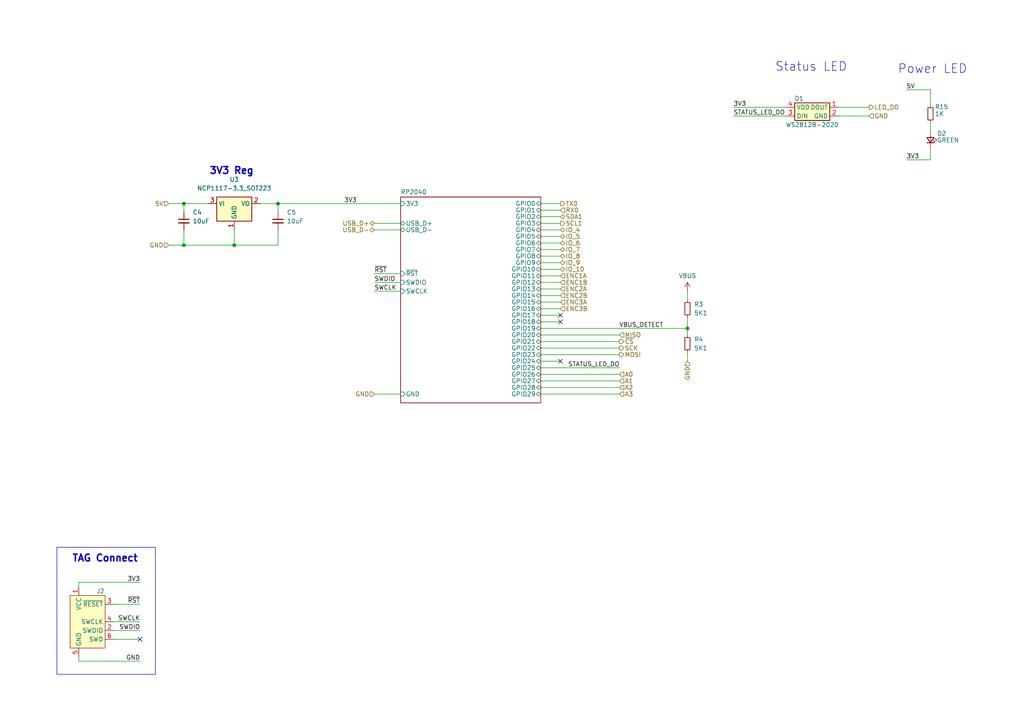
<source format=kicad_sch>
(kicad_sch (version 20231120) (generator "eeschema") (generator_version "8.0")
  (paper "A4")
  (title_block (title "RP2040") (date "2024-03-19") (rev "A") (company "MadMan"))
  (lib_symbols
    (symbol "Connector:Conn_ARM_SWD_TagConnect_TC2030-NL" (in_bom no)
      (property "Reference" "J" (at 2.54 11.43 0))
      (property "Value" "Conn_ARM_SWD_TagConnect_TC2030-NL" (at 2.54 8.89 0))
      (symbol "Conn_ARM_SWD_TagConnect_TC2030-NL_0_0"
        (pin power_in line (at -2.54 10.16 270) (length 2.54) (name "VCC") (number "1"))
        (pin bidirectional line (at 7.62 -2.54 180) (length 2.54) (name "SWDIO") (number "2"))
        (pin open_collector line (at 7.62 5.08 180) (length 2.54) (name "~{RESET}") (number "3"))
        (pin output line (at 7.62 0 180) (length 2.54) (name "SWCLK") (number "4"))
        (pin power_in line (at -2.54 -10.16 90) (length 2.54) (name "GND") (number "5"))
        (pin input line (at 7.62 -5.08 180) (length 2.54) (name "SWO") (number "6"))
      )
      (symbol "Conn_ARM_SWD_TagConnect_TC2030-NL_0_1"
        (rectangle (start -5.08 7.62) (end 5.08 -7.62) (fill (type background)))
      )
    )
    (symbol "Device:C_Small" (pin_numbers hide) (pin_names (offset 0.254) hide)
      (property "Reference" "C" (at 0.254 1.778 0))
      (property "Value" "C_Small" (at 0.254 -2.032 0))
      (symbol "C_Small_0_1"
        (polyline (pts (xy -1.524 -0.508) (xy 1.524 -0.508)) (stroke (width 0.3302)))
        (polyline (pts (xy -1.524 0.508) (xy 1.524 0.508)) (stroke (width 0.3048)))
      )
      (symbol "C_Small_1_1"
        (pin passive line (at 0 2.54 270) (length 2.032) (name "~") (number "1"))
        (pin passive line (at 0 -2.54 90) (length 2.032) (name "~") (number "2"))
      )
    )
    (symbol "Device:LED_Small" (pin_numbers hide) (pin_names (offset 0.254) hide)
      (property "Reference" "D" (at -1.27 3.175 0))
      (property "Value" "LED_Small" (at -4.445 -2.54 0))
      (symbol "LED_Small_0_1"
        (polyline (pts (xy -0.762 -1.016) (xy -0.762 1.016)) (stroke (width 0.254)))
        (polyline (pts (xy 1.016 0) (xy -0.762 0)))
        (polyline (pts (xy 0.762 -1.016) (xy -0.762 0) (xy 0.762 1.016) (xy 0.762 -1.016)) (stroke (width 0.254)))
        (polyline (pts (xy 0 0.762) (xy -0.508 1.27) (xy -0.254 1.27) (xy -0.508 1.27) (xy -0.508 1.016)))
        (polyline (pts (xy 0.508 1.27) (xy 0 1.778) (xy 0.254 1.778) (xy 0 1.778) (xy 0 1.524)))
      )
      (symbol "LED_Small_1_1"
        (pin passive line (at -2.54 0 0) (length 1.778) (name "K") (number "1"))
        (pin passive line (at 2.54 0 180) (length 1.778) (name "A") (number "2"))
      )
    )
    (symbol "Device:R_Small" (pin_numbers hide) (pin_names (offset 0.254) hide)
      (property "Reference" "R" (at 0.762 0.508 0))
      (property "Value" "R_Small" (at 0.762 -1.016 0))
      (symbol "R_Small_0_1"
        (rectangle (start -0.762 1.778) (end 0.762 -1.778) (stroke (width 0.2032)))
      )
      (symbol "R_Small_1_1"
        (pin passive line (at 0 2.54 270) (length 0.762) (name "~") (number "1"))
        (pin passive line (at 0 -2.54 90) (length 0.762) (name "~") (number "2"))
      )
    )
    (symbol "Mad_Symbols:WS2812"
      (property "Reference" "D" (at -4.572 3.81 0))
      (symbol "WS2812_0_1"
        (rectangle (start -5.08 2.54) (end 5.08 -2.54) (stroke (width 0.254)) (fill (type background)))
      )
      (symbol "WS2812_1_1"
        (pin passive line (at 7.62 1.27 180) (length 2.54) (name "DOUT") (number "1"))
        (pin power_in line (at 7.62 -1.27 180) (length 2.54) (name "GND") (number "2"))
        (pin passive line (at -7.62 -1.27 0) (length 2.54) (name "DIN") (number "3"))
        (pin power_in line (at -7.62 1.27 0) (length 2.54) (name "VDD") (number "4"))
      )
    )
    (symbol "Regulator_Linear:NCP1117-3.3_SOT223"
      (property "Reference" "U" (at -3.81 3.175 0))
      (property "Value" "NCP1117-3.3_SOT223" (at 0 3.175 0))
      (symbol "NCP1117-3.3_SOT223_0_1"
        (rectangle (start -5.08 -5.08) (end 5.08 1.905) (stroke (width 0.254)) (fill (type background)))
      )
      (symbol "NCP1117-3.3_SOT223_1_1"
        (pin power_in line (at 0 -7.62 90) (length 2.54) (name "GND") (number "1"))
        (pin power_out line (at 7.62 0 180) (length 2.54) (name "VO") (number "2"))
        (pin power_in line (at -7.62 0 0) (length 2.54) (name "VI") (number "3"))
      )
    )
    (symbol "power:VBUS" (power) (pin_numbers hide) (pin_names (offset 0) hide)
      (property "Value" "VBUS" (at 0 3.556 0))
      (symbol "VBUS_0_1"
        (polyline (pts (xy -0.762 1.27) (xy 0 2.54)))
        (polyline (pts (xy 0 0) (xy 0 2.54)))
        (polyline (pts (xy 0 2.54) (xy 0.762 1.27)))
      )
      (symbol "VBUS_1_1"
        (pin power_in line (at 0 0 90) (length 0) (name "~") (number "1"))
      )
    )
  )
  (junction (at 67.945 71.12) (diameter 0.9144))
  (junction (at 53.34 59.055))
  (junction (at 199.39 95.25))
  (junction (at 53.34 71.12))
  (junction (at 80.645 59.055))
  (no_connect (at 162.56 104.775))
  (no_connect (at 40.64 185.42))
  (no_connect (at 162.56 91.44))
  (no_connect (at 162.56 93.345))
  (wire (pts (xy 156.845 89.535) (xy 162.56 89.535)))
  (wire (pts (xy 156.845 102.87) (xy 179.705 102.87)))
  (wire (pts (xy 156.845 91.44) (xy 162.56 91.44)))
  (wire (pts (xy 108.585 64.77) (xy 116.205 64.77)))
  (wire (pts (xy 156.845 72.39) (xy 162.56 72.39)))
  (wire (pts (xy 262.89 46.355) (xy 269.875 46.355)))
  (wire (pts (xy 156.845 106.68) (xy 179.705 106.68)))
  (wire (pts (xy 212.725 33.655) (xy 227.965 33.655)))
  (wire (pts (xy 156.845 60.96) (xy 162.56 60.96)))
  (wire (pts (xy 53.34 66.675) (xy 53.34 71.12)))
  (wire (pts (xy 156.845 59.055) (xy 162.56 59.055)))
  (wire (pts (xy 199.39 102.235) (xy 199.39 104.775)))
  (wire (pts (xy 48.895 59.055) (xy 53.34 59.055)))
  (wire (pts (xy 53.34 71.12) (xy 67.945 71.12)))
  (wire (pts (xy 48.895 71.12) (xy 53.34 71.12)))
  (wire (pts (xy 156.845 64.77) (xy 162.56 64.77)))
  (wire (pts (xy 156.845 108.585) (xy 179.705 108.585)))
  (wire (pts (xy 252.095 31.115) (xy 243.205 31.115)))
  (wire (pts (xy 156.845 99.06) (xy 179.705 99.06)))
  (wire (pts (xy 156.845 80.01) (xy 162.56 80.01)))
  (wire (pts (xy 33.02 182.88) (xy 40.64 182.88)))
  (wire (pts (xy 80.645 61.595) (xy 80.645 59.055)))
  (wire (pts (xy 269.875 43.18) (xy 269.875 46.355)))
  (wire (pts (xy 269.875 38.1) (xy 269.875 35.56)))
  (wire (pts (xy 156.845 74.295) (xy 162.56 74.295)))
  (wire (pts (xy 108.585 66.675) (xy 116.205 66.675)))
  (wire (pts (xy 199.39 95.25) (xy 199.39 97.155)))
  (wire (pts (xy 80.645 66.675) (xy 80.645 71.12)))
  (wire (pts (xy 156.845 97.155) (xy 179.705 97.155)))
  (wire (pts (xy 156.845 95.25) (xy 199.39 95.25)))
  (wire (pts (xy 156.845 70.485) (xy 162.56 70.485)))
  (wire (pts (xy 33.02 180.34) (xy 40.64 180.34)))
  (wire (pts (xy 156.845 68.58) (xy 162.56 68.58)))
  (wire (pts (xy 262.89 26.035) (xy 269.875 26.035)))
  (wire (pts (xy 156.845 93.345) (xy 162.56 93.345)))
  (wire (pts (xy 156.845 78.105) (xy 162.56 78.105)))
  (wire (pts (xy 75.565 59.055) (xy 80.645 59.055)))
  (wire (pts (xy 156.845 112.395) (xy 179.705 112.395)))
  (wire (pts (xy 156.845 104.775) (xy 162.56 104.775)))
  (wire (pts (xy 243.205 33.655) (xy 252.095 33.655)))
  (wire (pts (xy 156.845 100.965) (xy 179.705 100.965)))
  (wire (pts (xy 40.64 168.91) (xy 22.86 168.91)))
  (wire (pts (xy 108.585 81.915) (xy 116.205 81.915)))
  (wire (pts (xy 156.845 62.865) (xy 162.56 62.865)))
  (wire (pts (xy 156.845 66.675) (xy 162.56 66.675)))
  (wire (pts (xy 212.725 31.115) (xy 227.965 31.115)))
  (wire (pts (xy 80.645 59.055) (xy 116.205 59.055)))
  (wire (pts (xy 108.585 79.375) (xy 116.205 79.375)))
  (wire (pts (xy 199.39 84.455) (xy 199.39 86.995)))
  (wire (pts (xy 22.86 168.91) (xy 22.86 170.18)))
  (wire (pts (xy 53.34 59.055) (xy 53.34 61.595)))
  (wire (pts (xy 156.845 87.63) (xy 162.56 87.63)))
  (wire (pts (xy 156.845 83.82) (xy 162.56 83.82)))
  (wire (pts (xy 108.585 114.3) (xy 116.205 114.3)))
  (wire (pts (xy 67.945 71.12) (xy 80.645 71.12)))
  (wire (pts (xy 67.945 66.675) (xy 67.945 71.12)))
  (wire (pts (xy 156.845 85.725) (xy 162.56 85.725)))
  (wire (pts (xy 40.64 191.77) (xy 22.86 191.77)))
  (wire (pts (xy 53.34 59.055) (xy 60.325 59.055)))
  (wire (pts (xy 33.02 175.26) (xy 40.64 175.26)))
  (wire (pts (xy 156.845 81.915) (xy 162.56 81.915)))
  (wire (pts (xy 108.585 84.455) (xy 116.205 84.455)))
  (wire (pts (xy 156.845 110.49) (xy 179.705 110.49)))
  (wire (pts (xy 33.02 185.42) (xy 40.64 185.42)))
  (wire (pts (xy 156.845 76.2) (xy 162.56 76.2)))
  (wire (pts (xy 22.86 191.77) (xy 22.86 190.5)))
  (wire (pts (xy 156.845 114.3) (xy 179.705 114.3)))
  (wire (pts (xy 199.39 92.075) (xy 199.39 95.25)))
  (wire (pts (xy 269.875 30.48) (xy 269.875 26.035)))
  (rectangle (start 16.51 158.75) (end 45.085 195.58))
  (text "Power LED" (at 260.35 21.59 0) (effects (font (size 2.54 2.54)) (justify left bottom)))
  (text "Status LED" (at 224.79 20.955 0) (effects (font (size 2.54 2.54)) (justify left bottom)))
  (text "3V3 Reg" (at 67.183 49.657 0) (effects (font (size 2 2) (thickness 0.4) (bold yes))))
  (text "TAG Connect" (at 30.48 162.052 0) (effects (font (size 2 2) (thickness 0.4) (bold yes))))
  (label "SWDIO" (at 40.64 182.88 180))
  (label "~{RST}" (at 108.585 79.375 0))
  (label "~{RST}" (at 40.64 175.26 180))
  (label "STATUS_LED_DO" (at 179.705 106.68 180))
  (label "VBUS_DETECT" (at 192.405 95.25 180))
  (label "3V3" (at 103.505 59.055 180))
  (label "SWCLK" (at 108.585 84.455 0))
  (label "SWDIO" (at 108.585 81.915 0))
  (label "3V3" (at 40.64 168.91 180))
  (label "5V" (at 262.89 26.035 0))
  (label "STATUS_LED_DO" (at 212.725 33.655 0))
  (label "GND" (at 40.64 191.77 180))
  (label "3V3" (at 262.89 46.355 0))
  (label "SWCLK" (at 40.64 180.34 180))
  (label "3V3" (at 212.725 31.115 0))
  (hierarchical_label "IO_10" (shape bidirectional) (at 162.56 78.105 0))
  (hierarchical_label "IO_6" (shape bidirectional) (at 162.56 70.485 0))
  (hierarchical_label "IO_9" (shape bidirectional) (at 162.56 76.2 0))
  (hierarchical_label "ENC3B" (shape input) (at 162.56 89.535 0))
  (hierarchical_label "MISO" (shape input) (at 179.705 97.155 0))
  (hierarchical_label "USB_D+" (shape bidirectional) (at 108.585 64.77 180))
  (hierarchical_label "ENC1B" (shape input) (at 162.56 81.915 0))
  (hierarchical_label "5V" (shape input) (at 48.895 59.055 180))
  (hierarchical_label "SCK" (shape output) (at 179.705 100.965 0))
  (hierarchical_label "A0" (shape input) (at 179.705 108.585 0))
  (hierarchical_label "A3" (shape input) (at 179.705 114.3 0))
  (hierarchical_label "ENC2A" (shape input) (at 162.56 83.82 0))
  (hierarchical_label "GND" (shape input) (at 252.095 33.655 0))
  (hierarchical_label "~{CS}" (shape output) (at 179.705 99.06 0))
  (hierarchical_label "TX0" (shape output) (at 162.56 59.055 0))
  (hierarchical_label "MOSI" (shape output) (at 179.705 102.87 0))
  (hierarchical_label "ENC1A" (shape input) (at 162.56 80.01 0))
  (hierarchical_label "ENC3A" (shape input) (at 162.56 87.63 0))
  (hierarchical_label "SCL1" (shape output) (at 162.56 64.77 0))
  (hierarchical_label "SDA1" (shape bidirectional) (at 162.56 62.865 0))
  (hierarchical_label "LED_DO" (shape output) (at 252.095 31.115 0))
  (hierarchical_label "ENC2B" (shape input) (at 162.56 85.725 0))
  (hierarchical_label "IO_8" (shape bidirectional) (at 162.56 74.295 0))
  (hierarchical_label "RX0" (shape input) (at 162.56 60.96 0))
  (hierarchical_label "A1" (shape input) (at 179.705 110.49 0))
  (hierarchical_label "GND" (shape input) (at 108.585 114.3 180))
  (hierarchical_label "A2" (shape input) (at 179.705 112.395 0))
  (hierarchical_label "USB_D-" (shape bidirectional) (at 108.585 66.675 180))
  (hierarchical_label "IO_7" (shape bidirectional) (at 162.56 72.39 0))
  (hierarchical_label "IO_4" (shape bidirectional) (at 162.56 66.675 0))
  (hierarchical_label "GND" (shape input) (at 199.39 104.775 270))
  (hierarchical_label "IO_5" (shape bidirectional) (at 162.56 68.58 0))
  (hierarchical_label "GND" (shape input) (at 48.895 71.12 180))
  (symbol (lib_id "Device:R_Small") (at 269.875 33.02 180) (unit 1)
    (property "Reference" "R15" (at 271.145 30.988 0) (effects (justify right)))
    (property "Value" "1K" (at 271.145 33.02 0) (effects (justify right)))
    (property "Footprint" "Resistor_SMD:R_0402_1005Metric" (effects (hide yes)))
    (property "Datasheet" "https://www.yageo.com/upload/media/product/products/datasheet/rchip/PYu-RC_Group_51_RoHS_L_12.pdf" (effects (hide yes)))
    (property "Description" "1 kOhms ±1% 0.063W, 1/16W Chip Resistor 0402 (1005 Metric) Moisture Resistant Thick Film" (effects (hide yes)))
    (property "Price" "$0.16 " (effects (hide yes)))
    (property "Rating" "RES 1K OHM 1% 1/16W 0402" (effects (hide yes)))
    (property "Supplier" "Digikey" (effects (hide yes)))
    (property "Supplier PN" "311-1.00KLRCT-ND" (effects (hide yes)))
    (property "Manufacturer" "YAGEO" (effects (hide yes)))
    (property "MPN" "RC0402FR-071KL" (effects (hide yes)))
  )
  (symbol (lib_id "Device:LED_Small") (at 269.875 40.64 270) (mirror x) (unit 1)
    (property "Reference" "D2" (at 271.78 38.735 90) (effects (justify left)))
    (property "Value" "GREEN" (at 271.78 40.64 90) (effects (justify left)))
    (property "Footprint" "LED_SMD:LED_0603_1608Metric" (effects (hide yes)))
    (property "Datasheet" "https://www.we-online.com/components/products/datasheet/150060VS75000.pdf" (effects (hide yes)))
    (property "Description" "Green 570nm LED Indication - Discrete 2V 0603 (1608 Metric)" (effects (hide yes)))
    (property "Manufacturer" "Würth Elektronik" (effects (hide yes)))
    (property "Price" "$0.24" (effects (hide yes)))
    (property "Rating" "LED GREEN CLEAR 0603 SMD" (effects (hide yes)))
    (property "Supplier" "Digikey" (effects (hide yes)))
    (property "Supplier PN" "732-4980-1-ND" (effects (hide yes)))
    (property "MPN" "150060VS75000" (effects (hide yes)))
  )
  (symbol (lib_id "Regulator_Linear:NCP1117-3.3_SOT223") (at 67.945 59.055 0) (unit 1)
    (property "Reference" "U3" (at 67.945 52.07 0))
    (property "Value" "NCP1117-3.3_SOT223" (at 67.945 54.61 0))
    (property "Footprint" "Package_TO_SOT_SMD:SOT-223-3_TabPin2" (effects (hide yes)))
    (property "Datasheet" "http://www.onsemi.com/pub_link/Collateral/NCP1117-D.PDF" (effects (hide yes)))
    (property "Description" "1A Low drop-out regulator, Fixed Output 3.3V, SOT-223" (effects (hide yes)))
    (property "Price" "$0.74" (effects (hide yes)))
    (property "Rating" "IC REG LINEAR POS ADJ 1A SOT223" (effects (hide yes)))
    (property "Supplier" "Digikey" (effects (hide yes)))
    (property "Supplier PN" "NCP1117LPSTADT3GOSCT-ND" (effects (hide yes)))
    (property "Manufacturer" "onsemi" (effects (hide yes)))
    (property "MPN" "NCP1117LPSTADT3G" (effects (hide yes)))
  )
  (symbol (lib_id "Connector:Conn_ARM_SWD_TagConnect_TC2030-NL") (at 25.4 180.34 0) (unit 1) (in_bom no)
    (property "Reference" "J2" (at 27.94 171.45 0) (effects (justify left)))
    (property "Value" "Conn_ARM_SWD_TagConnect_TC2030-NL" (effects (hide yes)))
    (property "Footprint" "Connector:Tag-Connect_TC2030-IDC-NL_2x03_P1.27mm_Vertical" (effects (hide yes)))
    (property "Datasheet" "https://www.tag-connect.com/wp-content/uploads/bsk-pdf-manager/TC2030-CTX_1.pdf" (effects (hide yes)))
  )
  (symbol (lib_id "Device:R_Small") (at 199.39 99.695 0) (unit 1)
    (property "Reference" "R4" (at 201.295 98.4249 0) (effects (justify left)))
    (property "Value" "5K1" (at 201.295 100.9649 0) (effects (justify left)))
    (property "Footprint" "Resistor_SMD:R_0402_1005Metric" (effects (hide yes)))
    (property "Datasheet" "https://www.yageo.com/upload/media/product/products/datasheet/rchip/PYu-RC_Group_51_RoHS_L_12.pdf" (effects (hide yes)))
    (property "Description" "5.1 kOhms ±1% 0.063W, 1/16W Chip Resistor 0402 (1005 Metric) Moisture Resistant Thick Film" (effects (hide yes)))
    (property "Manufacturer" "YAGEO" (effects (hide yes)))
    (property "MPN" "RC0402FR-075K1L" (effects (hide yes)))
    (property "Price" "$0.16 " (effects (hide yes)))
    (property "Rating" "RES 5.1K OHM 1% 1/16W 0402" (effects (hide yes)))
    (property "Supplier" "Digikey" (effects (hide yes)))
    (property "Supplier PN" "311-5.10KLRCT-ND" (effects (hide yes)))
  )
  (symbol (lib_id "power:VBUS") (at 199.39 84.455 0) (unit 1)
    (property "Reference" "#PWR06" (effects (hide yes)))
    (property "Value" "VBUS" (at 199.39 80.01 0))
    (property "Description" "Power symbol creates a global label with name \"VBUS\"" (effects (hide yes)))
  )
  (symbol (lib_id "Device:C_Small") (at 53.34 64.135 0) (mirror y) (unit 1)
    (property "Reference" "C4" (at 55.88 61.595 0) (effects (justify right)))
    (property "Value" "10uF" (at 55.88 64.135 0) (effects (justify right)))
    (property "Footprint" "Capacitor_SMD:C_0805_2012Metric" (effects (hide yes)))
    (property "Datasheet" "https://www.yageo.com/upload/media/product/app/datasheet/mlcc/upy-gphc_x5r_4v-to-50v.pdf" (effects (hide yes)))
    (property "Description" "10 µF ±10% 25V Ceramic Capacitor X5R 0805 (2012 Metric)" (effects (hide yes)))
    (property "MPN" "CC0805KKX5R8BB106" (effects (hide yes)))
    (property "Manufacturer" "YAGEO" (effects (hide yes)))
    (property "Price" "$0.47" (effects (hide yes)))
    (property "Rating" "CAP CER 10UF 25V X5R 0805" (effects (hide yes)))
    (property "Supplier" "Digikey" (effects (hide yes)))
    (property "Supplier PN" "311-1869-1-ND" (effects (hide yes)))
  )
  (symbol (lib_id "Mad_Symbols:WS2812") (at 235.585 32.385 0) (unit 1)
    (property "Reference" "D1" (at 231.775 28.575 0))
    (property "Value" "WS2812B-2020" (at 235.585 36.195 0))
    (property "Footprint" "Mad_Footprints:WS2812C-2020" (effects (hide yes)))
    (property "Datasheet" "https://cdn.sparkfun.com/assets/e/1/0/f/b/WS2812C-2020_V1.2_EN_19112716191654.pdf" (effects (hide yes)))
    (property "Description" "SMD,2x2mm RGB LEDs(Built-in IC) ROHS " (effects (hide yes)))
    (property "MPN " "WS2812C-2020" (effects (hide yes)))
    (property "Manufacturer" "Worldsemi " (effects (hide yes)))
    (property "Price" "$ 0.36" (effects (hide yes)))
    (property "Rating" " 3.7...5.3V" (effects (hide yes)))
    (property "Supplier" "LCSC" (effects (hide yes)))
    (property "Supplier PN" "C965555" (effects (hide yes)))
    (property "MPN" "WS2812B-2020 " (effects (hide yes)))
  )
  (symbol (lib_id "Device:R_Small") (at 199.39 89.535 0) (unit 1)
    (property "Reference" "R3" (at 201.295 88.2649 0) (effects (justify left)))
    (property "Value" "5K1" (at 201.295 90.8049 0) (effects (justify left)))
    (property "Footprint" "Resistor_SMD:R_0402_1005Metric" (effects (hide yes)))
    (property "Datasheet" "https://www.yageo.com/upload/media/product/products/datasheet/rchip/PYu-RC_Group_51_RoHS_L_12.pdf" (effects (hide yes)))
    (property "Description" "5.1 kOhms ±1% 0.063W, 1/16W Chip Resistor 0402 (1005 Metric) Moisture Resistant Thick Film" (effects (hide yes)))
    (property "Manufacturer" "YAGEO" (effects (hide yes)))
    (property "MPN" "RC0402FR-075K1L" (effects (hide yes)))
    (property "Price" "$0.16 " (effects (hide yes)))
    (property "Rating" "RES 5.1K OHM 1% 1/16W 0402" (effects (hide yes)))
    (property "Supplier" "Digikey" (effects (hide yes)))
    (property "Supplier PN" "311-5.10KLRCT-ND" (effects (hide yes)))
  )
  (symbol (lib_id "Device:C_Small") (at 80.645 64.135 0) (mirror y) (unit 1)
    (property "Reference" "C5" (at 83.185 61.595 0) (effects (justify right)))
    (property "Value" "10uF" (at 83.185 64.135 0) (effects (justify right)))
    (property "Footprint" "Capacitor_SMD:C_0805_2012Metric" (effects (hide yes)))
    (property "Datasheet" "https://www.yageo.com/upload/media/product/app/datasheet/mlcc/upy-gphc_x5r_4v-to-50v.pdf" (effects (hide yes)))
    (property "Description" "10 µF ±10% 25V Ceramic Capacitor X5R 0805 (2012 Metric)" (effects (hide yes)))
    (property "MPN" "CC0805KKX5R8BB106" (effects (hide yes)))
    (property "Manufacturer" "YAGEO" (effects (hide yes)))
    (property "Price" "$0.47" (effects (hide yes)))
    (property "Rating" "CAP CER 10UF 25V X5R 0805" (effects (hide yes)))
    (property "Supplier" "Digikey" (effects (hide yes)))
    (property "Supplier PN" "311-1869-1-ND" (effects (hide yes)))
  )
  (sheet (at 116.205 57.15) (size 40.64 59.69) (stroke (width 0.1524))
    (property "Sheetname" "RP2040" (at 116.205 56.4384 0) (effects (justify left bottom)))
    (property "Sheetfile" "../MCU/MCU_RP2040.kicad_sch" (effects (hide yes)))
    (pin "GND" input (at 116.205 114.3 180))
    (pin "GPIO15" bidirectional (at 156.845 87.63 0))
    (pin "GPIO14" bidirectional (at 156.845 85.725 0))
    (pin "GPIO16" bidirectional (at 156.845 89.535 0))
    (pin "GPIO17" bidirectional (at 156.845 91.44 0))
    (pin "GPIO27" bidirectional (at 156.845 110.49 0))
    (pin "GPIO26" bidirectional (at 156.845 108.585 0))
    (pin "GPIO25" bidirectional (at 156.845 106.68 0))
    (pin "GPIO29" bidirectional (at 156.845 114.3 0))
    (pin "GPIO24" bidirectional (at 156.845 104.775 0))
    (pin "GPIO28" bidirectional (at 156.845 112.395 0))
    (pin "GPIO19" bidirectional (at 156.845 95.25 0))
    (pin "GPIO23" bidirectional (at 156.845 102.87 0))
    (pin "GPIO18" bidirectional (at 156.845 93.345 0))
    (pin "GPIO20" bidirectional (at 156.845 97.155 0))
    (pin "GPIO21" bidirectional (at 156.845 99.06 0))
    (pin "GPIO22" bidirectional (at 156.845 100.965 0))
    (pin "GPIO10" bidirectional (at 156.845 78.105 0))
    (pin "GPIO12" bidirectional (at 156.845 81.915 0))
    (pin "GPIO13" bidirectional (at 156.845 83.82 0))
    (pin "GPIO9" bidirectional (at 156.845 76.2 0))
    (pin "GPIO11" bidirectional (at 156.845 80.01 0))
    (pin "GPIO7" bidirectional (at 156.845 72.39 0))
    (pin "GPIO8" bidirectional (at 156.845 74.295 0))
    (pin "GPIO6" bidirectional (at 156.845 70.485 0))
    (pin "GPIO4" bidirectional (at 156.845 66.675 0))
    (pin "GPIO3" bidirectional (at 156.845 64.77 0))
    (pin "GPIO5" bidirectional (at 156.845 68.58 0))
    (pin "GPIO1" bidirectional (at 156.845 60.96 0))
    (pin "GPIO0" bidirectional (at 156.845 59.055 0))
    (pin "GPIO2" bidirectional (at 156.845 62.865 0))
    (pin "USB_D+" bidirectional (at 116.205 64.77 180))
    (pin "USB_D-" bidirectional (at 116.205 66.675 180))
    (pin "3V3" input (at 116.205 59.055 180))
    (pin "SWDIO" input (at 116.205 81.915 180))
    (pin "SWCLK" input (at 116.205 84.455 180))
    (pin "~{RST}" input (at 116.205 79.375 180))
  )
)
</source>
